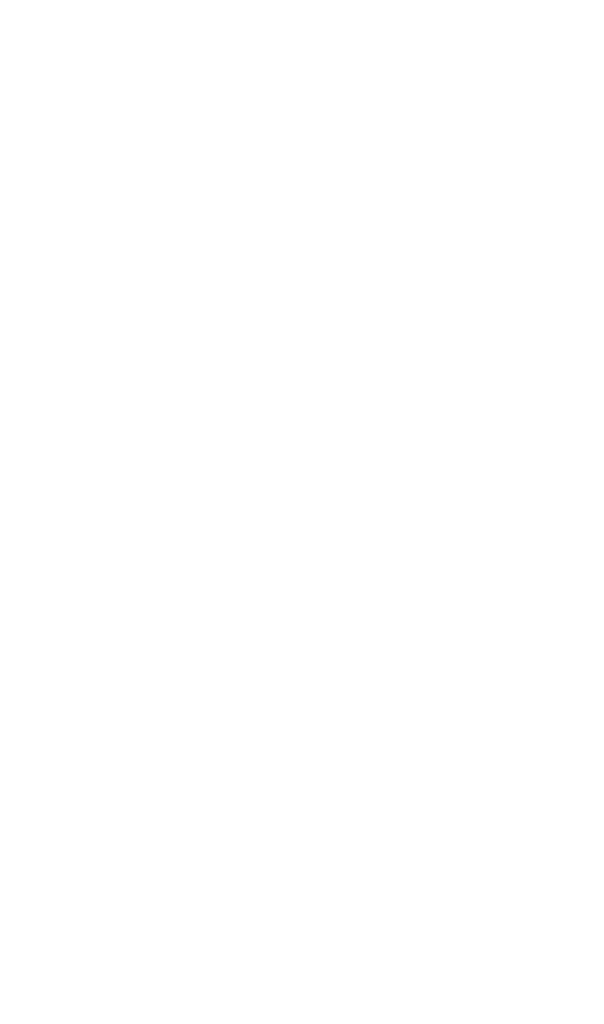
<source format=kicad_pcb>
(kicad_pcb (version 20171130) (host pcbnew "(5.0.1)-4")

  (general
    (thickness 1.6)
    (drawings 36)
    (tracks 0)
    (zones 0)
    (modules 0)
    (nets 1)
  )

  (page A4)
  (layers
    (0 F.Cu signal)
    (31 B.Cu signal)
    (32 B.Adhes user)
    (33 F.Adhes user)
    (34 B.Paste user)
    (35 F.Paste user)
    (36 B.SilkS user)
    (37 F.SilkS user)
    (38 B.Mask user)
    (39 F.Mask user)
    (40 Dwgs.User user)
    (41 Cmts.User user)
    (42 Eco1.User user)
    (43 Eco2.User user)
    (44 Edge.Cuts user)
    (45 Margin user)
    (46 B.CrtYd user)
    (47 F.CrtYd user)
    (48 B.Fab user)
    (49 F.Fab user)
  )

  (setup
    (last_trace_width 0.25)
    (trace_clearance 0.2)
    (zone_clearance 0.508)
    (zone_45_only no)
    (trace_min 0.2)
    (segment_width 0.3)
    (edge_width 0.3)
    (via_size 0.8)
    (via_drill 0.4)
    (via_min_size 0.4)
    (via_min_drill 0.3)
    (uvia_size 0.3)
    (uvia_drill 0.1)
    (uvias_allowed no)
    (uvia_min_size 0.2)
    (uvia_min_drill 0.1)
    (pcb_text_width 0.3)
    (pcb_text_size 1.5 1.5)
    (mod_edge_width 0.15)
    (mod_text_size 1 1)
    (mod_text_width 0.15)
    (pad_size 4.5 4.5)
    (pad_drill 4)
    (pad_to_mask_clearance 0.051)
    (solder_mask_min_width 0.25)
    (aux_axis_origin 0 0)
    (visible_elements 7FFFFFFF)
    (pcbplotparams
      (layerselection 0x010f0_ffffffff)
      (usegerberextensions false)
      (usegerberattributes false)
      (usegerberadvancedattributes false)
      (creategerberjobfile false)
      (excludeedgelayer true)
      (linewidth 0.100000)
      (plotframeref false)
      (viasonmask false)
      (mode 1)
      (useauxorigin false)
      (hpglpennumber 1)
      (hpglpenspeed 20)
      (hpglpendiameter 15.000000)
      (psnegative false)
      (psa4output false)
      (plotreference true)
      (plotvalue true)
      (plotinvisibletext false)
      (padsonsilk false)
      (subtractmaskfromsilk false)
      (outputformat 1)
      (mirror false)
      (drillshape 0)
      (scaleselection 1)
      (outputdirectory ""))
  )

  (net 0 "")

  (net_class Default "This is the default net class."
    (clearance 0.2)
    (trace_width 0.25)
    (via_dia 0.8)
    (via_drill 0.4)
    (uvia_dia 0.3)
    (uvia_drill 0.1)
  )

  (gr_circle (center 30.45 111.25) (end 33.65 111.25) (layer Eco2.User) (width 0.3) (tstamp 5EBD8A39))
  (gr_circle (center 10 111.25) (end 13.2 111.25) (layer Eco2.User) (width 0.3) (tstamp 5EBD8946))
  (gr_circle (center 30.45 97.9) (end 33.65 97.9) (layer Eco2.User) (width 0.3) (tstamp 5EBD8929))
  (gr_circle (center 10 97.9) (end 13.2 97.9) (layer Eco2.User) (width 0.3) (tstamp 5EBD891D))
  (gr_circle (center 30.45 84.6) (end 33.65 84.6) (layer Eco2.User) (width 0.3) (tstamp 5EBD8901))
  (gr_circle (center 10 84.6) (end 13.2 84.6) (layer Eco2.User) (width 0.3))
  (gr_circle (center 33 68.75) (end 35 68.75) (layer Eco2.User) (width 0.3) (tstamp 5EBD8873))
  (gr_circle (center 24.5 68.75) (end 26.5 68.75) (layer Eco2.User) (width 0.3) (tstamp 5EBD8860))
  (gr_circle (center 15.85 68.75) (end 17.85 68.75) (layer Eco2.User) (width 0.3) (tstamp 5EBD8851))
  (gr_circle (center 7.3 68.75) (end 9.3 68.75) (layer Eco2.User) (width 0.3))
  (gr_text Countersink (at 51.3 73) (layer Eco2.User) (tstamp 5EBD87EC)
    (effects (font (size 1.5 1.5) (thickness 0.3)))
  )
  (gr_line (start 36 72.9) (end 44.3 72.9) (layer Eco2.User) (width 0.3) (tstamp 5EBD87EB))
  (gr_text Countersink (at -10.95 72.7) (layer Eco2.User) (tstamp 5EBD87E6)
    (effects (font (size 1.5 1.5) (thickness 0.3)))
  )
  (gr_line (start -4 72.9) (end 4.3 72.9) (layer Eco2.User) (width 0.3) (tstamp 5EBD87E5))
  (gr_circle (center 36.05 75.1) (end 38.25 75.1) (layer Eco2.User) (width 0.3) (tstamp 5EBD87DB))
  (gr_circle (center 4.35 75.1) (end 6.55 75.1) (layer Eco2.User) (width 0.3) (tstamp 5EBD87D5))
  (gr_circle (center 36.05 75.1) (end 37.25 75.1) (layer Eco2.User) (width 0.3) (tstamp 5EBD87C6))
  (gr_circle (center 4.35 75.1) (end 5.55 75.1) (layer Eco2.User) (width 0.3) (tstamp 5EBD87B4))
  (gr_line (start 35.4 56) (end 35.4 18.4) (layer Eco2.User) (width 0.3) (tstamp 5EBD8791))
  (gr_line (start 35.4 56) (end 4.9 56) (layer Eco2.User) (width 0.3) (tstamp 5EBD8790))
  (gr_line (start 4.9 18.4) (end 4.9 56) (layer Eco2.User) (width 0.3))
  (gr_line (start 4.9 18.4) (end 35.4 18.4) (layer Eco2.User) (width 0.3))
  (gr_text Countersink (at -10.95 11.2) (layer Eco2.User) (tstamp 5EBD86C8)
    (effects (font (size 1.5 1.5) (thickness 0.3)))
  )
  (gr_line (start -3.95 11.4) (end 4.35 11.4) (layer Eco2.User) (width 0.3) (tstamp 5EBD86C7))
  (gr_line (start 36 11.4) (end 44.3 11.4) (layer Eco2.User) (width 0.3))
  (gr_text Countersink (at 51.3 11.5) (layer Eco2.User)
    (effects (font (size 1.5 1.5) (thickness 0.3)))
  )
  (gr_circle (center 36.05 13.6) (end 38.25 13.6) (layer Eco2.User) (width 0.3) (tstamp 5EBD86AE))
  (gr_circle (center 4.35 13.6) (end 6.55 13.6) (layer Eco2.User) (width 0.3))
  (gr_circle (center 36.05 13.6) (end 37.25 13.6) (layer Eco2.User) (width 0.3) (tstamp 5EBD867D))
  (gr_circle (center 4.35 13.6) (end 5.55 13.6) (layer Eco2.User) (width 0.3))
  (gr_circle (center 7.5 125.5) (end 9.1 125.4) (layer Eco2.User) (width 0.2) (tstamp 5D896749))
  (gr_circle (center 7.5 3) (end 9.1 2.9) (layer Eco2.User) (width 0.2))
  (gr_line (start 0 128.5) (end 0 0) (layer Eco2.User) (width 0.2))
  (gr_line (start 40.3 128.5) (end 0 128.5) (layer Eco2.User) (width 0.2))
  (gr_line (start 40.3 0) (end 40.3 128.5) (layer Eco2.User) (width 0.2))
  (gr_line (start 0 0) (end 40.3 0) (layer Eco2.User) (width 0.2))

)

</source>
